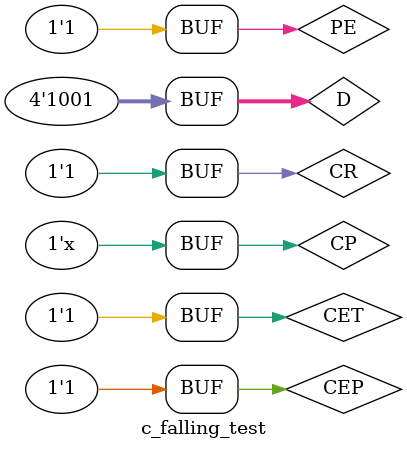
<source format=v>
module c_falling_test();
  reg CEP,CET,PE,CP,CR;
  reg[3:0] D;
  wire TC;
  wire[3:0] Q;
  initial
  begin
    D = 4'b1001;    //???????? 1110
    CP = 0;         //???????????
    CR = 1;         //???????????
    PE = 1;
    CEP = 1;
    CET = 1; 
    #15 PE = 0;     // 15ns ???????????
    #40 PE = 1;     // 20ns ???????????
    #1500 CR = 0;    // 290ns ???????????
    #20 CR = 1;     // 35ns ???????????
    #350 CET = 0;   // 490ns ?????
    #250 CET = 1;  // 200ns ?????
  end

  always #50 CP = ~CP;//?????50ns????
  initial
  $monitor("Q = %b,Q = %d",Q,Q);
  c_falling inst(.CEP(CEP),
                .CET(CET),
                .PE(PE),
                .CP(CP),
                .CR(CR),
                .D(D),
                .TC(TC),
                .Q(Q));
endmodule

</source>
